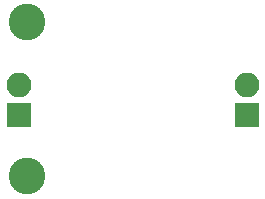
<source format=gbs>
G04 #@! TF.GenerationSoftware,KiCad,Pcbnew,(5.1.2)-1*
G04 #@! TF.CreationDate,2019-05-27T15:40:10+12:00*
G04 #@! TF.ProjectId,TinyBEC,54696e79-4245-4432-9e6b-696361645f70,rev?*
G04 #@! TF.SameCoordinates,Original*
G04 #@! TF.FileFunction,Soldermask,Bot*
G04 #@! TF.FilePolarity,Negative*
%FSLAX46Y46*%
G04 Gerber Fmt 4.6, Leading zero omitted, Abs format (unit mm)*
G04 Created by KiCad (PCBNEW (5.1.2)-1) date 2019-05-27 15:40:10*
%MOMM*%
%LPD*%
G04 APERTURE LIST*
%ADD10C,3.100000*%
%ADD11R,2.100000X2.100000*%
%ADD12O,2.100000X2.100000*%
G04 APERTURE END LIST*
D10*
X113500000Y-110500000D03*
X113500000Y-97500000D03*
D11*
X112800000Y-105300000D03*
D12*
X112800000Y-102760000D03*
X132100000Y-102760000D03*
D11*
X132100000Y-105300000D03*
M02*

</source>
